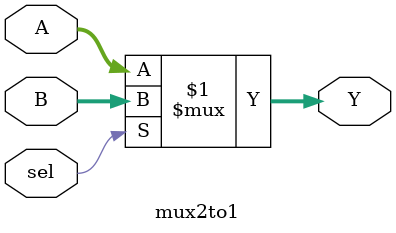
<source format=v>
module mux2to1 #(
    parameter WIDTH = 32
) (
    input wire sel,
    input wire [WIDTH-1:0] A,
    input wire [WIDTH-1:0] B,
    output wire [WIDTH-1:0] Y
);
    assign Y = (sel) ? B: A;
endmodule
</source>
